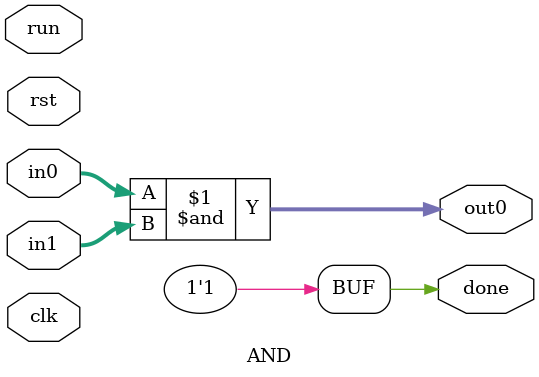
<source format=v>
`timescale 1ns / 1ps
`include "xversat.vh"

module AND #(
         parameter DATA_W = 32
      )
      (
         input run,
         output done,

         input [DATA_W-1:0] in0,
         input [DATA_W-1:0] in1,

         output [DATA_W-1:0] out0,
      
         input clk,
         input rst
      ); 

assign out0 = in0 & in1;
assign done = 1'b1;

endmodule

</source>
